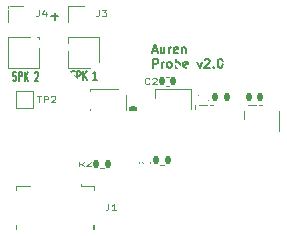
<source format=gbr>
%TF.GenerationSoftware,KiCad,Pcbnew,9.0.2*%
%TF.CreationDate,2025-09-26T11:25:47-10:00*%
%TF.ProjectId,auren-probe,61757265-6e2d-4707-926f-62652e6b6963,v2*%
%TF.SameCoordinates,Original*%
%TF.FileFunction,Legend,Top*%
%TF.FilePolarity,Positive*%
%FSLAX46Y46*%
G04 Gerber Fmt 4.6, Leading zero omitted, Abs format (unit mm)*
G04 Created by KiCad (PCBNEW 9.0.2) date 2025-09-26 11:25:47*
%MOMM*%
%LPD*%
G01*
G04 APERTURE LIST*
G04 Aperture macros list*
%AMRoundRect*
0 Rectangle with rounded corners*
0 $1 Rounding radius*
0 $2 $3 $4 $5 $6 $7 $8 $9 X,Y pos of 4 corners*
0 Add a 4 corners polygon primitive as box body*
4,1,4,$2,$3,$4,$5,$6,$7,$8,$9,$2,$3,0*
0 Add four circle primitives for the rounded corners*
1,1,$1+$1,$2,$3*
1,1,$1+$1,$4,$5*
1,1,$1+$1,$6,$7*
1,1,$1+$1,$8,$9*
0 Add four rect primitives between the rounded corners*
20,1,$1+$1,$2,$3,$4,$5,0*
20,1,$1+$1,$4,$5,$6,$7,0*
20,1,$1+$1,$6,$7,$8,$9,0*
20,1,$1+$1,$8,$9,$2,$3,0*%
%AMFreePoly0*
4,1,60,-0.506007,0.985649,-0.319461,0.908379,-0.151575,0.796201,-0.008799,0.653425,0.103379,0.485539,0.180649,0.298993,0.220040,0.100958,0.220040,-0.100958,0.180649,-0.298993,0.103379,-0.485539,-0.008799,-0.653425,-0.151575,-0.796201,-0.319461,-0.908379,-0.506007,-0.985649,-0.704042,-1.025040,-0.905958,-1.025040,-1.103993,-0.985649,-1.290539,-0.908379,-1.458425,-0.796201,-1.601201,-0.653425,
-1.713379,-0.485539,-1.790649,-0.298993,-1.830040,-0.100958,-1.830040,0.076358,-1.385000,0.076358,-1.385000,-0.076358,-1.345474,-0.223872,-1.269116,-0.356128,-1.161128,-0.464116,-1.028872,-0.540474,-0.881358,-0.580000,-0.728642,-0.580000,-0.581128,-0.540474,-0.448872,-0.464116,-0.340884,-0.356128,-0.264526,-0.223872,-0.225000,-0.076358,-0.225000,0.076358,-0.264526,0.223872,-0.340884,0.356128,
-0.448872,0.464116,-0.581128,0.540474,-0.728642,0.580000,-0.881358,0.580000,-1.028872,0.540474,-1.161128,0.464116,-1.269116,0.356128,-1.345474,0.223872,-1.385000,0.076358,-1.830040,0.076358,-1.830040,0.100958,-1.790649,0.298993,-1.713379,0.485539,-1.601201,0.653425,-1.458425,0.796201,-1.290539,0.908379,-1.103993,0.985649,-0.905958,1.025040,-0.704042,1.025040,-0.506007,0.985649,
-0.506007,0.985649,$1*%
G04 Aperture macros list end*
%ADD10C,0.127000*%
%ADD11C,0.088900*%
%ADD12C,0.100000*%
%ADD13C,0.120000*%
%ADD14C,0.150000*%
%ADD15C,0.800000*%
%ADD16R,0.750000X0.450000*%
%ADD17FreePoly0,90.000000*%
%ADD18RoundRect,0.140000X-0.170000X0.140000X-0.170000X-0.140000X0.170000X-0.140000X0.170000X0.140000X0*%
%ADD19FreePoly0,270.000000*%
%ADD20R,1.700000X1.700000*%
%ADD21O,1.700000X1.700000*%
%ADD22RoundRect,0.140000X0.140000X0.170000X-0.140000X0.170000X-0.140000X-0.170000X0.140000X-0.170000X0*%
%ADD23RoundRect,0.135000X-0.135000X-0.185000X0.135000X-0.185000X0.135000X0.185000X-0.135000X0.185000X0*%
%ADD24R,1.000000X1.000000*%
%ADD25C,1.550000*%
%ADD26RoundRect,0.140000X-0.140000X-0.170000X0.140000X-0.170000X0.140000X0.170000X-0.140000X0.170000X0*%
%ADD27R,0.230000X0.850000*%
%ADD28R,0.230000X1.000000*%
%ADD29O,1.500000X2.550000*%
G04 APERTURE END LIST*
D10*
X100143694Y-48421450D02*
X100506552Y-48421450D01*
X100071123Y-48639164D02*
X100325123Y-47877164D01*
X100325123Y-47877164D02*
X100579123Y-48639164D01*
X101159695Y-48131164D02*
X101159695Y-48639164D01*
X100833123Y-48131164D02*
X100833123Y-48530307D01*
X100833123Y-48530307D02*
X100869409Y-48602879D01*
X100869409Y-48602879D02*
X100941980Y-48639164D01*
X100941980Y-48639164D02*
X101050837Y-48639164D01*
X101050837Y-48639164D02*
X101123409Y-48602879D01*
X101123409Y-48602879D02*
X101159695Y-48566593D01*
X101522552Y-48639164D02*
X101522552Y-48131164D01*
X101522552Y-48276307D02*
X101558838Y-48203736D01*
X101558838Y-48203736D02*
X101595124Y-48167450D01*
X101595124Y-48167450D02*
X101667695Y-48131164D01*
X101667695Y-48131164D02*
X101740266Y-48131164D01*
X102284552Y-48602879D02*
X102211980Y-48639164D01*
X102211980Y-48639164D02*
X102066838Y-48639164D01*
X102066838Y-48639164D02*
X101994266Y-48602879D01*
X101994266Y-48602879D02*
X101957980Y-48530307D01*
X101957980Y-48530307D02*
X101957980Y-48240021D01*
X101957980Y-48240021D02*
X101994266Y-48167450D01*
X101994266Y-48167450D02*
X102066838Y-48131164D01*
X102066838Y-48131164D02*
X102211980Y-48131164D01*
X102211980Y-48131164D02*
X102284552Y-48167450D01*
X102284552Y-48167450D02*
X102320838Y-48240021D01*
X102320838Y-48240021D02*
X102320838Y-48312593D01*
X102320838Y-48312593D02*
X101957980Y-48385164D01*
X102647409Y-48131164D02*
X102647409Y-48639164D01*
X102647409Y-48203736D02*
X102683695Y-48167450D01*
X102683695Y-48167450D02*
X102756266Y-48131164D01*
X102756266Y-48131164D02*
X102865123Y-48131164D01*
X102865123Y-48131164D02*
X102937695Y-48167450D01*
X102937695Y-48167450D02*
X102973981Y-48240021D01*
X102973981Y-48240021D02*
X102973981Y-48639164D01*
X100179980Y-49865941D02*
X100179980Y-49103941D01*
X100179980Y-49103941D02*
X100470266Y-49103941D01*
X100470266Y-49103941D02*
X100542837Y-49140227D01*
X100542837Y-49140227D02*
X100579123Y-49176513D01*
X100579123Y-49176513D02*
X100615409Y-49249084D01*
X100615409Y-49249084D02*
X100615409Y-49357941D01*
X100615409Y-49357941D02*
X100579123Y-49430513D01*
X100579123Y-49430513D02*
X100542837Y-49466798D01*
X100542837Y-49466798D02*
X100470266Y-49503084D01*
X100470266Y-49503084D02*
X100179980Y-49503084D01*
X100941980Y-49865941D02*
X100941980Y-49357941D01*
X100941980Y-49503084D02*
X100978266Y-49430513D01*
X100978266Y-49430513D02*
X101014552Y-49394227D01*
X101014552Y-49394227D02*
X101087123Y-49357941D01*
X101087123Y-49357941D02*
X101159694Y-49357941D01*
X101522551Y-49865941D02*
X101449980Y-49829656D01*
X101449980Y-49829656D02*
X101413694Y-49793370D01*
X101413694Y-49793370D02*
X101377408Y-49720798D01*
X101377408Y-49720798D02*
X101377408Y-49503084D01*
X101377408Y-49503084D02*
X101413694Y-49430513D01*
X101413694Y-49430513D02*
X101449980Y-49394227D01*
X101449980Y-49394227D02*
X101522551Y-49357941D01*
X101522551Y-49357941D02*
X101631408Y-49357941D01*
X101631408Y-49357941D02*
X101703980Y-49394227D01*
X101703980Y-49394227D02*
X101740266Y-49430513D01*
X101740266Y-49430513D02*
X101776551Y-49503084D01*
X101776551Y-49503084D02*
X101776551Y-49720798D01*
X101776551Y-49720798D02*
X101740266Y-49793370D01*
X101740266Y-49793370D02*
X101703980Y-49829656D01*
X101703980Y-49829656D02*
X101631408Y-49865941D01*
X101631408Y-49865941D02*
X101522551Y-49865941D01*
X102103123Y-49865941D02*
X102103123Y-49103941D01*
X102103123Y-49394227D02*
X102175695Y-49357941D01*
X102175695Y-49357941D02*
X102320837Y-49357941D01*
X102320837Y-49357941D02*
X102393409Y-49394227D01*
X102393409Y-49394227D02*
X102429695Y-49430513D01*
X102429695Y-49430513D02*
X102465980Y-49503084D01*
X102465980Y-49503084D02*
X102465980Y-49720798D01*
X102465980Y-49720798D02*
X102429695Y-49793370D01*
X102429695Y-49793370D02*
X102393409Y-49829656D01*
X102393409Y-49829656D02*
X102320837Y-49865941D01*
X102320837Y-49865941D02*
X102175695Y-49865941D01*
X102175695Y-49865941D02*
X102103123Y-49829656D01*
X103082838Y-49829656D02*
X103010266Y-49865941D01*
X103010266Y-49865941D02*
X102865124Y-49865941D01*
X102865124Y-49865941D02*
X102792552Y-49829656D01*
X102792552Y-49829656D02*
X102756266Y-49757084D01*
X102756266Y-49757084D02*
X102756266Y-49466798D01*
X102756266Y-49466798D02*
X102792552Y-49394227D01*
X102792552Y-49394227D02*
X102865124Y-49357941D01*
X102865124Y-49357941D02*
X103010266Y-49357941D01*
X103010266Y-49357941D02*
X103082838Y-49394227D01*
X103082838Y-49394227D02*
X103119124Y-49466798D01*
X103119124Y-49466798D02*
X103119124Y-49539370D01*
X103119124Y-49539370D02*
X102756266Y-49611941D01*
X103953695Y-49357941D02*
X104135123Y-49865941D01*
X104135123Y-49865941D02*
X104316552Y-49357941D01*
X104570551Y-49176513D02*
X104606837Y-49140227D01*
X104606837Y-49140227D02*
X104679409Y-49103941D01*
X104679409Y-49103941D02*
X104860837Y-49103941D01*
X104860837Y-49103941D02*
X104933409Y-49140227D01*
X104933409Y-49140227D02*
X104969694Y-49176513D01*
X104969694Y-49176513D02*
X105005980Y-49249084D01*
X105005980Y-49249084D02*
X105005980Y-49321656D01*
X105005980Y-49321656D02*
X104969694Y-49430513D01*
X104969694Y-49430513D02*
X104534266Y-49865941D01*
X104534266Y-49865941D02*
X105005980Y-49865941D01*
X105332551Y-49793370D02*
X105368837Y-49829656D01*
X105368837Y-49829656D02*
X105332551Y-49865941D01*
X105332551Y-49865941D02*
X105296265Y-49829656D01*
X105296265Y-49829656D02*
X105332551Y-49793370D01*
X105332551Y-49793370D02*
X105332551Y-49865941D01*
X105840551Y-49103941D02*
X105913122Y-49103941D01*
X105913122Y-49103941D02*
X105985694Y-49140227D01*
X105985694Y-49140227D02*
X106021980Y-49176513D01*
X106021980Y-49176513D02*
X106058265Y-49249084D01*
X106058265Y-49249084D02*
X106094551Y-49394227D01*
X106094551Y-49394227D02*
X106094551Y-49575656D01*
X106094551Y-49575656D02*
X106058265Y-49720798D01*
X106058265Y-49720798D02*
X106021980Y-49793370D01*
X106021980Y-49793370D02*
X105985694Y-49829656D01*
X105985694Y-49829656D02*
X105913122Y-49865941D01*
X105913122Y-49865941D02*
X105840551Y-49865941D01*
X105840551Y-49865941D02*
X105767980Y-49829656D01*
X105767980Y-49829656D02*
X105731694Y-49793370D01*
X105731694Y-49793370D02*
X105695408Y-49720798D01*
X105695408Y-49720798D02*
X105659122Y-49575656D01*
X105659122Y-49575656D02*
X105659122Y-49394227D01*
X105659122Y-49394227D02*
X105695408Y-49249084D01*
X105695408Y-49249084D02*
X105731694Y-49176513D01*
X105731694Y-49176513D02*
X105767980Y-49140227D01*
X105767980Y-49140227D02*
X105840551Y-49103941D01*
X93262713Y-50845656D02*
X93335285Y-50881941D01*
X93335285Y-50881941D02*
X93456237Y-50881941D01*
X93456237Y-50881941D02*
X93504618Y-50845656D01*
X93504618Y-50845656D02*
X93528809Y-50809370D01*
X93528809Y-50809370D02*
X93552999Y-50736798D01*
X93552999Y-50736798D02*
X93552999Y-50664227D01*
X93552999Y-50664227D02*
X93528809Y-50591656D01*
X93528809Y-50591656D02*
X93504618Y-50555370D01*
X93504618Y-50555370D02*
X93456237Y-50519084D01*
X93456237Y-50519084D02*
X93359475Y-50482798D01*
X93359475Y-50482798D02*
X93311094Y-50446513D01*
X93311094Y-50446513D02*
X93286904Y-50410227D01*
X93286904Y-50410227D02*
X93262713Y-50337656D01*
X93262713Y-50337656D02*
X93262713Y-50265084D01*
X93262713Y-50265084D02*
X93286904Y-50192513D01*
X93286904Y-50192513D02*
X93311094Y-50156227D01*
X93311094Y-50156227D02*
X93359475Y-50119941D01*
X93359475Y-50119941D02*
X93480428Y-50119941D01*
X93480428Y-50119941D02*
X93552999Y-50156227D01*
X93770714Y-50881941D02*
X93770714Y-50119941D01*
X93770714Y-50119941D02*
X93964238Y-50119941D01*
X93964238Y-50119941D02*
X94012619Y-50156227D01*
X94012619Y-50156227D02*
X94036809Y-50192513D01*
X94036809Y-50192513D02*
X94061000Y-50265084D01*
X94061000Y-50265084D02*
X94061000Y-50373941D01*
X94061000Y-50373941D02*
X94036809Y-50446513D01*
X94036809Y-50446513D02*
X94012619Y-50482798D01*
X94012619Y-50482798D02*
X93964238Y-50519084D01*
X93964238Y-50519084D02*
X93770714Y-50519084D01*
X94278714Y-50881941D02*
X94278714Y-50119941D01*
X94569000Y-50881941D02*
X94351285Y-50446513D01*
X94569000Y-50119941D02*
X94278714Y-50555370D01*
X95439857Y-50881941D02*
X95149571Y-50881941D01*
X95294714Y-50881941D02*
X95294714Y-50119941D01*
X95294714Y-50119941D02*
X95246333Y-50228798D01*
X95246333Y-50228798D02*
X95197952Y-50301370D01*
X95197952Y-50301370D02*
X95149571Y-50337656D01*
X87904523Y-53955341D02*
X88025475Y-54717341D01*
X88025475Y-54717341D02*
X88122237Y-54173056D01*
X88122237Y-54173056D02*
X88218999Y-54717341D01*
X88218999Y-54717341D02*
X88339952Y-53955341D01*
X88485094Y-53955341D02*
X88606046Y-54717341D01*
X88606046Y-54717341D02*
X88702808Y-54173056D01*
X88702808Y-54173056D02*
X88799570Y-54717341D01*
X88799570Y-54717341D02*
X88920523Y-53955341D01*
X89065665Y-53955341D02*
X89186617Y-54717341D01*
X89186617Y-54717341D02*
X89283379Y-54173056D01*
X89283379Y-54173056D02*
X89380141Y-54717341D01*
X89380141Y-54717341D02*
X89501094Y-53955341D01*
X89694617Y-54644770D02*
X89718807Y-54681056D01*
X89718807Y-54681056D02*
X89694617Y-54717341D01*
X89694617Y-54717341D02*
X89670426Y-54681056D01*
X89670426Y-54681056D02*
X89694617Y-54644770D01*
X89694617Y-54644770D02*
X89694617Y-54717341D01*
X89863950Y-53955341D02*
X90154236Y-53955341D01*
X90009093Y-54717341D02*
X90009093Y-53955341D01*
X90420332Y-54354484D02*
X90420332Y-54717341D01*
X90250998Y-53955341D02*
X90420332Y-54354484D01*
X90420332Y-54354484D02*
X90589665Y-53955341D01*
X90758999Y-54717341D02*
X90758999Y-53955341D01*
X90758999Y-53955341D02*
X90928332Y-54499627D01*
X90928332Y-54499627D02*
X91097666Y-53955341D01*
X91097666Y-53955341D02*
X91097666Y-54717341D01*
X91339570Y-54717341D02*
X91339570Y-53955341D01*
X91339570Y-53955341D02*
X91533094Y-53955341D01*
X91533094Y-53955341D02*
X91581475Y-53991627D01*
X91581475Y-53991627D02*
X91605665Y-54027913D01*
X91605665Y-54027913D02*
X91629856Y-54100484D01*
X91629856Y-54100484D02*
X91629856Y-54209341D01*
X91629856Y-54209341D02*
X91605665Y-54281913D01*
X91605665Y-54281913D02*
X91581475Y-54318198D01*
X91581475Y-54318198D02*
X91533094Y-54354484D01*
X91533094Y-54354484D02*
X91339570Y-54354484D01*
X91823379Y-54499627D02*
X92065284Y-54499627D01*
X91774998Y-54717341D02*
X91944332Y-53955341D01*
X91944332Y-53955341D02*
X92113665Y-54717341D01*
X92282999Y-54717341D02*
X92282999Y-53955341D01*
X92282999Y-53955341D02*
X92573285Y-54717341D01*
X92573285Y-54717341D02*
X92573285Y-53955341D01*
X92815189Y-54644770D02*
X92839379Y-54681056D01*
X92839379Y-54681056D02*
X92815189Y-54717341D01*
X92815189Y-54717341D02*
X92790998Y-54681056D01*
X92790998Y-54681056D02*
X92815189Y-54644770D01*
X92815189Y-54644770D02*
X92815189Y-54717341D01*
X93153856Y-53955341D02*
X93250618Y-53955341D01*
X93250618Y-53955341D02*
X93298999Y-53991627D01*
X93298999Y-53991627D02*
X93347380Y-54064198D01*
X93347380Y-54064198D02*
X93371570Y-54209341D01*
X93371570Y-54209341D02*
X93371570Y-54463341D01*
X93371570Y-54463341D02*
X93347380Y-54608484D01*
X93347380Y-54608484D02*
X93298999Y-54681056D01*
X93298999Y-54681056D02*
X93250618Y-54717341D01*
X93250618Y-54717341D02*
X93153856Y-54717341D01*
X93153856Y-54717341D02*
X93105475Y-54681056D01*
X93105475Y-54681056D02*
X93057094Y-54608484D01*
X93057094Y-54608484D02*
X93032903Y-54463341D01*
X93032903Y-54463341D02*
X93032903Y-54209341D01*
X93032903Y-54209341D02*
X93057094Y-54064198D01*
X93057094Y-54064198D02*
X93105475Y-53991627D01*
X93105475Y-53991627D02*
X93153856Y-53955341D01*
X93879570Y-54717341D02*
X93710236Y-54354484D01*
X93589284Y-54717341D02*
X93589284Y-53955341D01*
X93589284Y-53955341D02*
X93782808Y-53955341D01*
X93782808Y-53955341D02*
X93831189Y-53991627D01*
X93831189Y-53991627D02*
X93855379Y-54027913D01*
X93855379Y-54027913D02*
X93879570Y-54100484D01*
X93879570Y-54100484D02*
X93879570Y-54209341D01*
X93879570Y-54209341D02*
X93855379Y-54281913D01*
X93855379Y-54281913D02*
X93831189Y-54318198D01*
X93831189Y-54318198D02*
X93782808Y-54354484D01*
X93782808Y-54354484D02*
X93589284Y-54354484D01*
X94363379Y-53991627D02*
X94314998Y-53955341D01*
X94314998Y-53955341D02*
X94242427Y-53955341D01*
X94242427Y-53955341D02*
X94169855Y-53991627D01*
X94169855Y-53991627D02*
X94121474Y-54064198D01*
X94121474Y-54064198D02*
X94097284Y-54136770D01*
X94097284Y-54136770D02*
X94073093Y-54281913D01*
X94073093Y-54281913D02*
X94073093Y-54390770D01*
X94073093Y-54390770D02*
X94097284Y-54535913D01*
X94097284Y-54535913D02*
X94121474Y-54608484D01*
X94121474Y-54608484D02*
X94169855Y-54681056D01*
X94169855Y-54681056D02*
X94242427Y-54717341D01*
X94242427Y-54717341D02*
X94290808Y-54717341D01*
X94290808Y-54717341D02*
X94363379Y-54681056D01*
X94363379Y-54681056D02*
X94387570Y-54644770D01*
X94387570Y-54644770D02*
X94387570Y-54390770D01*
X94387570Y-54390770D02*
X94290808Y-54390770D01*
X91569380Y-45514325D02*
X92149952Y-45514325D01*
X91859666Y-45804610D02*
X91859666Y-45224039D01*
X91569380Y-49194656D02*
X92149952Y-49194656D01*
X88309713Y-50921856D02*
X88382285Y-50958141D01*
X88382285Y-50958141D02*
X88503237Y-50958141D01*
X88503237Y-50958141D02*
X88551618Y-50921856D01*
X88551618Y-50921856D02*
X88575809Y-50885570D01*
X88575809Y-50885570D02*
X88599999Y-50812998D01*
X88599999Y-50812998D02*
X88599999Y-50740427D01*
X88599999Y-50740427D02*
X88575809Y-50667856D01*
X88575809Y-50667856D02*
X88551618Y-50631570D01*
X88551618Y-50631570D02*
X88503237Y-50595284D01*
X88503237Y-50595284D02*
X88406475Y-50558998D01*
X88406475Y-50558998D02*
X88358094Y-50522713D01*
X88358094Y-50522713D02*
X88333904Y-50486427D01*
X88333904Y-50486427D02*
X88309713Y-50413856D01*
X88309713Y-50413856D02*
X88309713Y-50341284D01*
X88309713Y-50341284D02*
X88333904Y-50268713D01*
X88333904Y-50268713D02*
X88358094Y-50232427D01*
X88358094Y-50232427D02*
X88406475Y-50196141D01*
X88406475Y-50196141D02*
X88527428Y-50196141D01*
X88527428Y-50196141D02*
X88599999Y-50232427D01*
X88817714Y-50958141D02*
X88817714Y-50196141D01*
X88817714Y-50196141D02*
X89011238Y-50196141D01*
X89011238Y-50196141D02*
X89059619Y-50232427D01*
X89059619Y-50232427D02*
X89083809Y-50268713D01*
X89083809Y-50268713D02*
X89108000Y-50341284D01*
X89108000Y-50341284D02*
X89108000Y-50450141D01*
X89108000Y-50450141D02*
X89083809Y-50522713D01*
X89083809Y-50522713D02*
X89059619Y-50558998D01*
X89059619Y-50558998D02*
X89011238Y-50595284D01*
X89011238Y-50595284D02*
X88817714Y-50595284D01*
X89325714Y-50958141D02*
X89325714Y-50196141D01*
X89616000Y-50958141D02*
X89398285Y-50522713D01*
X89616000Y-50196141D02*
X89325714Y-50631570D01*
X90196571Y-50268713D02*
X90220762Y-50232427D01*
X90220762Y-50232427D02*
X90269143Y-50196141D01*
X90269143Y-50196141D02*
X90390095Y-50196141D01*
X90390095Y-50196141D02*
X90438476Y-50232427D01*
X90438476Y-50232427D02*
X90462667Y-50268713D01*
X90462667Y-50268713D02*
X90486857Y-50341284D01*
X90486857Y-50341284D02*
X90486857Y-50413856D01*
X90486857Y-50413856D02*
X90462667Y-50522713D01*
X90462667Y-50522713D02*
X90172381Y-50958141D01*
X90172381Y-50958141D02*
X90486857Y-50958141D01*
D11*
X103809062Y-57765387D02*
X103809062Y-57257387D01*
X103809062Y-57257387D02*
X104020729Y-57620244D01*
X104020729Y-57620244D02*
X104232395Y-57257387D01*
X104232395Y-57257387D02*
X104232395Y-57765387D01*
X104534776Y-57765387D02*
X104534776Y-57257387D01*
X105200014Y-57717006D02*
X105169776Y-57741197D01*
X105169776Y-57741197D02*
X105079062Y-57765387D01*
X105079062Y-57765387D02*
X105018586Y-57765387D01*
X105018586Y-57765387D02*
X104927871Y-57741197D01*
X104927871Y-57741197D02*
X104867395Y-57692816D01*
X104867395Y-57692816D02*
X104837157Y-57644435D01*
X104837157Y-57644435D02*
X104806919Y-57547673D01*
X104806919Y-57547673D02*
X104806919Y-57475101D01*
X104806919Y-57475101D02*
X104837157Y-57378339D01*
X104837157Y-57378339D02*
X104867395Y-57329958D01*
X104867395Y-57329958D02*
X104927871Y-57281577D01*
X104927871Y-57281577D02*
X105018586Y-57257387D01*
X105018586Y-57257387D02*
X105079062Y-57257387D01*
X105079062Y-57257387D02*
X105169776Y-57281577D01*
X105169776Y-57281577D02*
X105200014Y-57305768D01*
X105411681Y-57257387D02*
X105804776Y-57257387D01*
X105804776Y-57257387D02*
X105593109Y-57450911D01*
X105593109Y-57450911D02*
X105683824Y-57450911D01*
X105683824Y-57450911D02*
X105744300Y-57475101D01*
X105744300Y-57475101D02*
X105774538Y-57499292D01*
X105774538Y-57499292D02*
X105804776Y-57547673D01*
X105804776Y-57547673D02*
X105804776Y-57668625D01*
X105804776Y-57668625D02*
X105774538Y-57717006D01*
X105774538Y-57717006D02*
X105744300Y-57741197D01*
X105744300Y-57741197D02*
X105683824Y-57765387D01*
X105683824Y-57765387D02*
X105502395Y-57765387D01*
X105502395Y-57765387D02*
X105441919Y-57741197D01*
X105441919Y-57741197D02*
X105411681Y-57717006D01*
X99504366Y-53957806D02*
X99474128Y-53981997D01*
X99474128Y-53981997D02*
X99383414Y-54006187D01*
X99383414Y-54006187D02*
X99322938Y-54006187D01*
X99322938Y-54006187D02*
X99232223Y-53981997D01*
X99232223Y-53981997D02*
X99171747Y-53933616D01*
X99171747Y-53933616D02*
X99141509Y-53885235D01*
X99141509Y-53885235D02*
X99111271Y-53788473D01*
X99111271Y-53788473D02*
X99111271Y-53715901D01*
X99111271Y-53715901D02*
X99141509Y-53619139D01*
X99141509Y-53619139D02*
X99171747Y-53570758D01*
X99171747Y-53570758D02*
X99232223Y-53522377D01*
X99232223Y-53522377D02*
X99322938Y-53498187D01*
X99322938Y-53498187D02*
X99383414Y-53498187D01*
X99383414Y-53498187D02*
X99474128Y-53522377D01*
X99474128Y-53522377D02*
X99504366Y-53546568D01*
X100109128Y-54006187D02*
X99746271Y-54006187D01*
X99927699Y-54006187D02*
X99927699Y-53498187D01*
X99927699Y-53498187D02*
X99867223Y-53570758D01*
X99867223Y-53570758D02*
X99806747Y-53619139D01*
X99806747Y-53619139D02*
X99746271Y-53643330D01*
X96189062Y-56317587D02*
X96189062Y-55809587D01*
X96189062Y-55809587D02*
X96400729Y-56172444D01*
X96400729Y-56172444D02*
X96612395Y-55809587D01*
X96612395Y-55809587D02*
X96612395Y-56317587D01*
X96914776Y-56317587D02*
X96914776Y-55809587D01*
X97580014Y-56269206D02*
X97549776Y-56293397D01*
X97549776Y-56293397D02*
X97459062Y-56317587D01*
X97459062Y-56317587D02*
X97398586Y-56317587D01*
X97398586Y-56317587D02*
X97307871Y-56293397D01*
X97307871Y-56293397D02*
X97247395Y-56245016D01*
X97247395Y-56245016D02*
X97217157Y-56196635D01*
X97217157Y-56196635D02*
X97186919Y-56099873D01*
X97186919Y-56099873D02*
X97186919Y-56027301D01*
X97186919Y-56027301D02*
X97217157Y-55930539D01*
X97217157Y-55930539D02*
X97247395Y-55882158D01*
X97247395Y-55882158D02*
X97307871Y-55833777D01*
X97307871Y-55833777D02*
X97398586Y-55809587D01*
X97398586Y-55809587D02*
X97459062Y-55809587D01*
X97459062Y-55809587D02*
X97549776Y-55833777D01*
X97549776Y-55833777D02*
X97580014Y-55857968D01*
X98184776Y-56317587D02*
X97821919Y-56317587D01*
X98003347Y-56317587D02*
X98003347Y-55809587D01*
X98003347Y-55809587D02*
X97942871Y-55882158D01*
X97942871Y-55882158D02*
X97882395Y-55930539D01*
X97882395Y-55930539D02*
X97821919Y-55954730D01*
X95613933Y-44989187D02*
X95613933Y-45352044D01*
X95613933Y-45352044D02*
X95583694Y-45424616D01*
X95583694Y-45424616D02*
X95523218Y-45472997D01*
X95523218Y-45472997D02*
X95432504Y-45497187D01*
X95432504Y-45497187D02*
X95372028Y-45497187D01*
X95855838Y-44989187D02*
X96248933Y-44989187D01*
X96248933Y-44989187D02*
X96037266Y-45182711D01*
X96037266Y-45182711D02*
X96127981Y-45182711D01*
X96127981Y-45182711D02*
X96188457Y-45206901D01*
X96188457Y-45206901D02*
X96218695Y-45231092D01*
X96218695Y-45231092D02*
X96248933Y-45279473D01*
X96248933Y-45279473D02*
X96248933Y-45400425D01*
X96248933Y-45400425D02*
X96218695Y-45448806D01*
X96218695Y-45448806D02*
X96188457Y-45472997D01*
X96188457Y-45472997D02*
X96127981Y-45497187D01*
X96127981Y-45497187D02*
X95946552Y-45497187D01*
X95946552Y-45497187D02*
X95886076Y-45472997D01*
X95886076Y-45472997D02*
X95855838Y-45448806D01*
X101624662Y-56317587D02*
X101624662Y-55809587D01*
X101624662Y-55809587D02*
X101836329Y-56172444D01*
X101836329Y-56172444D02*
X102047995Y-55809587D01*
X102047995Y-55809587D02*
X102047995Y-56317587D01*
X102350376Y-56317587D02*
X102350376Y-55809587D01*
X103015614Y-56269206D02*
X102985376Y-56293397D01*
X102985376Y-56293397D02*
X102894662Y-56317587D01*
X102894662Y-56317587D02*
X102834186Y-56317587D01*
X102834186Y-56317587D02*
X102743471Y-56293397D01*
X102743471Y-56293397D02*
X102682995Y-56245016D01*
X102682995Y-56245016D02*
X102652757Y-56196635D01*
X102652757Y-56196635D02*
X102622519Y-56099873D01*
X102622519Y-56099873D02*
X102622519Y-56027301D01*
X102622519Y-56027301D02*
X102652757Y-55930539D01*
X102652757Y-55930539D02*
X102682995Y-55882158D01*
X102682995Y-55882158D02*
X102743471Y-55833777D01*
X102743471Y-55833777D02*
X102834186Y-55809587D01*
X102834186Y-55809587D02*
X102894662Y-55809587D01*
X102894662Y-55809587D02*
X102985376Y-55833777D01*
X102985376Y-55833777D02*
X103015614Y-55857968D01*
X103257519Y-55857968D02*
X103287757Y-55833777D01*
X103287757Y-55833777D02*
X103348233Y-55809587D01*
X103348233Y-55809587D02*
X103499424Y-55809587D01*
X103499424Y-55809587D02*
X103559900Y-55833777D01*
X103559900Y-55833777D02*
X103590138Y-55857968D01*
X103590138Y-55857968D02*
X103620376Y-55906349D01*
X103620376Y-55906349D02*
X103620376Y-55954730D01*
X103620376Y-55954730D02*
X103590138Y-56027301D01*
X103590138Y-56027301D02*
X103227281Y-56317587D01*
X103227281Y-56317587D02*
X103620376Y-56317587D01*
X99885366Y-51189206D02*
X99855128Y-51213397D01*
X99855128Y-51213397D02*
X99764414Y-51237587D01*
X99764414Y-51237587D02*
X99703938Y-51237587D01*
X99703938Y-51237587D02*
X99613223Y-51213397D01*
X99613223Y-51213397D02*
X99552747Y-51165016D01*
X99552747Y-51165016D02*
X99522509Y-51116635D01*
X99522509Y-51116635D02*
X99492271Y-51019873D01*
X99492271Y-51019873D02*
X99492271Y-50947301D01*
X99492271Y-50947301D02*
X99522509Y-50850539D01*
X99522509Y-50850539D02*
X99552747Y-50802158D01*
X99552747Y-50802158D02*
X99613223Y-50753777D01*
X99613223Y-50753777D02*
X99703938Y-50729587D01*
X99703938Y-50729587D02*
X99764414Y-50729587D01*
X99764414Y-50729587D02*
X99855128Y-50753777D01*
X99855128Y-50753777D02*
X99885366Y-50777968D01*
X100127271Y-50777968D02*
X100157509Y-50753777D01*
X100157509Y-50753777D02*
X100217985Y-50729587D01*
X100217985Y-50729587D02*
X100369176Y-50729587D01*
X100369176Y-50729587D02*
X100429652Y-50753777D01*
X100429652Y-50753777D02*
X100459890Y-50777968D01*
X100459890Y-50777968D02*
X100490128Y-50826349D01*
X100490128Y-50826349D02*
X100490128Y-50874730D01*
X100490128Y-50874730D02*
X100459890Y-50947301D01*
X100459890Y-50947301D02*
X100097033Y-51237587D01*
X100097033Y-51237587D02*
X100490128Y-51237587D01*
X94322766Y-57130387D02*
X94111099Y-56888482D01*
X93959909Y-57130387D02*
X93959909Y-56622387D01*
X93959909Y-56622387D02*
X94201814Y-56622387D01*
X94201814Y-56622387D02*
X94262290Y-56646577D01*
X94262290Y-56646577D02*
X94292528Y-56670768D01*
X94292528Y-56670768D02*
X94322766Y-56719149D01*
X94322766Y-56719149D02*
X94322766Y-56791720D01*
X94322766Y-56791720D02*
X94292528Y-56840101D01*
X94292528Y-56840101D02*
X94262290Y-56864292D01*
X94262290Y-56864292D02*
X94201814Y-56888482D01*
X94201814Y-56888482D02*
X93959909Y-56888482D01*
X94927528Y-57130387D02*
X94564671Y-57130387D01*
X94746099Y-57130387D02*
X94746099Y-56622387D01*
X94746099Y-56622387D02*
X94685623Y-56694958D01*
X94685623Y-56694958D02*
X94625147Y-56743339D01*
X94625147Y-56743339D02*
X94564671Y-56767530D01*
X90376090Y-52253587D02*
X90738947Y-52253587D01*
X90557518Y-52761587D02*
X90557518Y-52253587D01*
X90950614Y-52761587D02*
X90950614Y-52253587D01*
X90950614Y-52253587D02*
X91192519Y-52253587D01*
X91192519Y-52253587D02*
X91252995Y-52277777D01*
X91252995Y-52277777D02*
X91283233Y-52301968D01*
X91283233Y-52301968D02*
X91313471Y-52350349D01*
X91313471Y-52350349D02*
X91313471Y-52422920D01*
X91313471Y-52422920D02*
X91283233Y-52471301D01*
X91283233Y-52471301D02*
X91252995Y-52495492D01*
X91252995Y-52495492D02*
X91192519Y-52519682D01*
X91192519Y-52519682D02*
X90950614Y-52519682D01*
X91555376Y-52301968D02*
X91585614Y-52277777D01*
X91585614Y-52277777D02*
X91646090Y-52253587D01*
X91646090Y-52253587D02*
X91797281Y-52253587D01*
X91797281Y-52253587D02*
X91857757Y-52277777D01*
X91857757Y-52277777D02*
X91887995Y-52301968D01*
X91887995Y-52301968D02*
X91918233Y-52350349D01*
X91918233Y-52350349D02*
X91918233Y-52398730D01*
X91918233Y-52398730D02*
X91887995Y-52471301D01*
X91887995Y-52471301D02*
X91525138Y-52761587D01*
X91525138Y-52761587D02*
X91918233Y-52761587D01*
X99377366Y-57028787D02*
X99165699Y-56786882D01*
X99014509Y-57028787D02*
X99014509Y-56520787D01*
X99014509Y-56520787D02*
X99256414Y-56520787D01*
X99256414Y-56520787D02*
X99316890Y-56544977D01*
X99316890Y-56544977D02*
X99347128Y-56569168D01*
X99347128Y-56569168D02*
X99377366Y-56617549D01*
X99377366Y-56617549D02*
X99377366Y-56690120D01*
X99377366Y-56690120D02*
X99347128Y-56738501D01*
X99347128Y-56738501D02*
X99316890Y-56762692D01*
X99316890Y-56762692D02*
X99256414Y-56786882D01*
X99256414Y-56786882D02*
X99014509Y-56786882D01*
X99589033Y-56520787D02*
X99982128Y-56520787D01*
X99982128Y-56520787D02*
X99770461Y-56714311D01*
X99770461Y-56714311D02*
X99861176Y-56714311D01*
X99861176Y-56714311D02*
X99921652Y-56738501D01*
X99921652Y-56738501D02*
X99951890Y-56762692D01*
X99951890Y-56762692D02*
X99982128Y-56811073D01*
X99982128Y-56811073D02*
X99982128Y-56932025D01*
X99982128Y-56932025D02*
X99951890Y-56980406D01*
X99951890Y-56980406D02*
X99921652Y-57004597D01*
X99921652Y-57004597D02*
X99861176Y-57028787D01*
X99861176Y-57028787D02*
X99679747Y-57028787D01*
X99679747Y-57028787D02*
X99619271Y-57004597D01*
X99619271Y-57004597D02*
X99589033Y-56980406D01*
X108457262Y-57739987D02*
X108457262Y-57231987D01*
X108457262Y-57231987D02*
X108668929Y-57594844D01*
X108668929Y-57594844D02*
X108880595Y-57231987D01*
X108880595Y-57231987D02*
X108880595Y-57739987D01*
X109182976Y-57739987D02*
X109182976Y-57231987D01*
X109848214Y-57691606D02*
X109817976Y-57715797D01*
X109817976Y-57715797D02*
X109727262Y-57739987D01*
X109727262Y-57739987D02*
X109666786Y-57739987D01*
X109666786Y-57739987D02*
X109576071Y-57715797D01*
X109576071Y-57715797D02*
X109515595Y-57667416D01*
X109515595Y-57667416D02*
X109485357Y-57619035D01*
X109485357Y-57619035D02*
X109455119Y-57522273D01*
X109455119Y-57522273D02*
X109455119Y-57449701D01*
X109455119Y-57449701D02*
X109485357Y-57352939D01*
X109485357Y-57352939D02*
X109515595Y-57304558D01*
X109515595Y-57304558D02*
X109576071Y-57256177D01*
X109576071Y-57256177D02*
X109666786Y-57231987D01*
X109666786Y-57231987D02*
X109727262Y-57231987D01*
X109727262Y-57231987D02*
X109817976Y-57256177D01*
X109817976Y-57256177D02*
X109848214Y-57280368D01*
X110392500Y-57401320D02*
X110392500Y-57739987D01*
X110241309Y-57207797D02*
X110090119Y-57570654D01*
X110090119Y-57570654D02*
X110483214Y-57570654D01*
X90299890Y-55860387D02*
X90662747Y-55860387D01*
X90481318Y-56368387D02*
X90481318Y-55860387D01*
X90874414Y-56368387D02*
X90874414Y-55860387D01*
X90874414Y-55860387D02*
X91116319Y-55860387D01*
X91116319Y-55860387D02*
X91176795Y-55884577D01*
X91176795Y-55884577D02*
X91207033Y-55908768D01*
X91207033Y-55908768D02*
X91237271Y-55957149D01*
X91237271Y-55957149D02*
X91237271Y-56029720D01*
X91237271Y-56029720D02*
X91207033Y-56078101D01*
X91207033Y-56078101D02*
X91176795Y-56102292D01*
X91176795Y-56102292D02*
X91116319Y-56126482D01*
X91116319Y-56126482D02*
X90874414Y-56126482D01*
X91842033Y-56368387D02*
X91479176Y-56368387D01*
X91660604Y-56368387D02*
X91660604Y-55860387D01*
X91660604Y-55860387D02*
X91600128Y-55932958D01*
X91600128Y-55932958D02*
X91539652Y-55981339D01*
X91539652Y-55981339D02*
X91479176Y-56005530D01*
X94322766Y-58222587D02*
X94111099Y-57980682D01*
X93959909Y-58222587D02*
X93959909Y-57714587D01*
X93959909Y-57714587D02*
X94201814Y-57714587D01*
X94201814Y-57714587D02*
X94262290Y-57738777D01*
X94262290Y-57738777D02*
X94292528Y-57762968D01*
X94292528Y-57762968D02*
X94322766Y-57811349D01*
X94322766Y-57811349D02*
X94322766Y-57883920D01*
X94322766Y-57883920D02*
X94292528Y-57932301D01*
X94292528Y-57932301D02*
X94262290Y-57956492D01*
X94262290Y-57956492D02*
X94201814Y-57980682D01*
X94201814Y-57980682D02*
X93959909Y-57980682D01*
X94564671Y-57762968D02*
X94594909Y-57738777D01*
X94594909Y-57738777D02*
X94655385Y-57714587D01*
X94655385Y-57714587D02*
X94806576Y-57714587D01*
X94806576Y-57714587D02*
X94867052Y-57738777D01*
X94867052Y-57738777D02*
X94897290Y-57762968D01*
X94897290Y-57762968D02*
X94927528Y-57811349D01*
X94927528Y-57811349D02*
X94927528Y-57859730D01*
X94927528Y-57859730D02*
X94897290Y-57932301D01*
X94897290Y-57932301D02*
X94534433Y-58222587D01*
X94534433Y-58222587D02*
X94927528Y-58222587D01*
X90533933Y-44989187D02*
X90533933Y-45352044D01*
X90533933Y-45352044D02*
X90503694Y-45424616D01*
X90503694Y-45424616D02*
X90443218Y-45472997D01*
X90443218Y-45472997D02*
X90352504Y-45497187D01*
X90352504Y-45497187D02*
X90292028Y-45497187D01*
X91108457Y-45158520D02*
X91108457Y-45497187D01*
X90957266Y-44964997D02*
X90806076Y-45327854D01*
X90806076Y-45327854D02*
X91199171Y-45327854D01*
X110223166Y-52560806D02*
X110192928Y-52584997D01*
X110192928Y-52584997D02*
X110102214Y-52609187D01*
X110102214Y-52609187D02*
X110041738Y-52609187D01*
X110041738Y-52609187D02*
X109951023Y-52584997D01*
X109951023Y-52584997D02*
X109890547Y-52536616D01*
X109890547Y-52536616D02*
X109860309Y-52488235D01*
X109860309Y-52488235D02*
X109830071Y-52391473D01*
X109830071Y-52391473D02*
X109830071Y-52318901D01*
X109830071Y-52318901D02*
X109860309Y-52222139D01*
X109860309Y-52222139D02*
X109890547Y-52173758D01*
X109890547Y-52173758D02*
X109951023Y-52125377D01*
X109951023Y-52125377D02*
X110041738Y-52101187D01*
X110041738Y-52101187D02*
X110102214Y-52101187D01*
X110102214Y-52101187D02*
X110192928Y-52125377D01*
X110192928Y-52125377D02*
X110223166Y-52149568D01*
X110767452Y-52270520D02*
X110767452Y-52609187D01*
X110616261Y-52076997D02*
X110465071Y-52439854D01*
X110465071Y-52439854D02*
X110858166Y-52439854D01*
X99377366Y-57943187D02*
X99165699Y-57701282D01*
X99014509Y-57943187D02*
X99014509Y-57435187D01*
X99014509Y-57435187D02*
X99256414Y-57435187D01*
X99256414Y-57435187D02*
X99316890Y-57459377D01*
X99316890Y-57459377D02*
X99347128Y-57483568D01*
X99347128Y-57483568D02*
X99377366Y-57531949D01*
X99377366Y-57531949D02*
X99377366Y-57604520D01*
X99377366Y-57604520D02*
X99347128Y-57652901D01*
X99347128Y-57652901D02*
X99316890Y-57677092D01*
X99316890Y-57677092D02*
X99256414Y-57701282D01*
X99256414Y-57701282D02*
X99014509Y-57701282D01*
X99921652Y-57604520D02*
X99921652Y-57943187D01*
X99770461Y-57410997D02*
X99619271Y-57773854D01*
X99619271Y-57773854D02*
X100012366Y-57773854D01*
X104304966Y-52586206D02*
X104274728Y-52610397D01*
X104274728Y-52610397D02*
X104184014Y-52634587D01*
X104184014Y-52634587D02*
X104123538Y-52634587D01*
X104123538Y-52634587D02*
X104032823Y-52610397D01*
X104032823Y-52610397D02*
X103972347Y-52562016D01*
X103972347Y-52562016D02*
X103942109Y-52513635D01*
X103942109Y-52513635D02*
X103911871Y-52416873D01*
X103911871Y-52416873D02*
X103911871Y-52344301D01*
X103911871Y-52344301D02*
X103942109Y-52247539D01*
X103942109Y-52247539D02*
X103972347Y-52199158D01*
X103972347Y-52199158D02*
X104032823Y-52150777D01*
X104032823Y-52150777D02*
X104123538Y-52126587D01*
X104123538Y-52126587D02*
X104184014Y-52126587D01*
X104184014Y-52126587D02*
X104274728Y-52150777D01*
X104274728Y-52150777D02*
X104304966Y-52174968D01*
X104516633Y-52126587D02*
X104909728Y-52126587D01*
X104909728Y-52126587D02*
X104698061Y-52320111D01*
X104698061Y-52320111D02*
X104788776Y-52320111D01*
X104788776Y-52320111D02*
X104849252Y-52344301D01*
X104849252Y-52344301D02*
X104879490Y-52368492D01*
X104879490Y-52368492D02*
X104909728Y-52416873D01*
X104909728Y-52416873D02*
X104909728Y-52537825D01*
X104909728Y-52537825D02*
X104879490Y-52586206D01*
X104879490Y-52586206D02*
X104849252Y-52610397D01*
X104849252Y-52610397D02*
X104788776Y-52634587D01*
X104788776Y-52634587D02*
X104607347Y-52634587D01*
X104607347Y-52634587D02*
X104546871Y-52610397D01*
X104546871Y-52610397D02*
X104516633Y-52586206D01*
X96411133Y-61393987D02*
X96411133Y-61756844D01*
X96411133Y-61756844D02*
X96380894Y-61829416D01*
X96380894Y-61829416D02*
X96320418Y-61877797D01*
X96320418Y-61877797D02*
X96229704Y-61901987D01*
X96229704Y-61901987D02*
X96169228Y-61901987D01*
X97046133Y-61901987D02*
X96683276Y-61901987D01*
X96864704Y-61901987D02*
X96864704Y-61393987D01*
X96864704Y-61393987D02*
X96804228Y-61466558D01*
X96804228Y-61466558D02*
X96743752Y-61514939D01*
X96743752Y-61514939D02*
X96683276Y-61539130D01*
D12*
%TO.C,MIC3*%
X103779400Y-53040000D02*
X106779400Y-53040000D01*
X103779400Y-57040000D02*
X103779400Y-53040000D01*
X106779400Y-53040000D02*
X106779400Y-57040000D01*
X106779400Y-57040000D02*
X103779400Y-57040000D01*
D13*
%TO.C,C1*%
X98107200Y-53693364D02*
X98107200Y-53909036D01*
X98827200Y-53693364D02*
X98827200Y-53909036D01*
D12*
%TO.C,MIC1*%
X94889400Y-51680000D02*
X97889400Y-51680000D01*
X94889400Y-55680000D02*
X94889400Y-51680000D01*
X97889400Y-51680000D02*
X97889400Y-55680000D01*
X97889400Y-55680000D02*
X94889400Y-55680000D01*
D13*
%TO.C,J3*%
X92997000Y-44673400D02*
X94327000Y-44673400D01*
X92997000Y-46003400D02*
X92997000Y-44673400D01*
X92997000Y-47273401D02*
X92997000Y-49873400D01*
X92997000Y-47273401D02*
X95657000Y-47273401D01*
X92997000Y-49873400D02*
X95657000Y-49873400D01*
X95657000Y-47273401D02*
X95657000Y-49873400D01*
D12*
%TO.C,MIC2*%
X100375800Y-51680000D02*
X103375800Y-51680000D01*
X100375800Y-55680000D02*
X100375800Y-51680000D01*
X103375800Y-51680000D02*
X103375800Y-55680000D01*
X103375800Y-55680000D02*
X100375800Y-55680000D01*
D13*
%TO.C,C2*%
X101521436Y-50647200D02*
X101305764Y-50647200D01*
X101521436Y-51367200D02*
X101305764Y-51367200D01*
%TO.C,R1*%
X95722759Y-56443800D02*
X96030041Y-56443800D01*
X95722759Y-57203800D02*
X96030041Y-57203800D01*
%TO.C,TP2*%
X88604200Y-51860000D02*
X90004200Y-51860000D01*
X88604200Y-53260000D02*
X88604200Y-51860000D01*
X90004200Y-51860000D02*
X90004200Y-53260000D01*
X90004200Y-53260000D02*
X88604200Y-53260000D01*
%TO.C,R3*%
X100828159Y-56367600D02*
X101135441Y-56367600D01*
X100828159Y-57127600D02*
X101135441Y-57127600D01*
D12*
%TO.C,MIC4*%
X107894200Y-53040000D02*
X110894200Y-53040000D01*
X107894200Y-57040000D02*
X107894200Y-53040000D01*
X110894200Y-53040000D02*
X110894200Y-57040000D01*
X110894200Y-57040000D02*
X107894200Y-57040000D01*
D13*
%TO.C,TP1*%
X88623200Y-55336400D02*
X90023200Y-55336400D01*
X88623200Y-56736400D02*
X88623200Y-55336400D01*
X90023200Y-55336400D02*
X90023200Y-56736400D01*
X90023200Y-56736400D02*
X88623200Y-56736400D01*
%TO.C,R2*%
X95722759Y-57612200D02*
X96030041Y-57612200D01*
X95722759Y-58372200D02*
X96030041Y-58372200D01*
%TO.C,J4*%
X87874400Y-44670000D02*
X89204400Y-44670000D01*
X87874400Y-46000000D02*
X87874400Y-44670000D01*
X87874400Y-47270001D02*
X87874400Y-49870000D01*
X87874400Y-47270001D02*
X90534400Y-47270001D01*
X87874400Y-49870000D02*
X90534400Y-49870000D01*
X90534400Y-47270001D02*
X90534400Y-49870000D01*
%TO.C,C4*%
X108697164Y-52018800D02*
X108912836Y-52018800D01*
X108697164Y-52738800D02*
X108912836Y-52738800D01*
%TO.C,R4*%
X100802759Y-57332800D02*
X101110041Y-57332800D01*
X100802759Y-58092800D02*
X101110041Y-58092800D01*
%TO.C,C3*%
X106042636Y-52018800D02*
X105826964Y-52018800D01*
X106042636Y-52738800D02*
X105826964Y-52738800D01*
%TO.C,J1*%
X88604000Y-59896400D02*
X89764000Y-59896400D01*
X88604000Y-60206400D02*
X88604000Y-59896400D01*
X88604000Y-63556400D02*
X88604000Y-63156400D01*
X94064000Y-59896400D02*
X94064000Y-59696400D01*
X94064000Y-59896400D02*
X95224000Y-59896400D01*
X95224000Y-59896400D02*
X95224000Y-60206400D01*
D14*
X95224000Y-63156400D02*
X95224000Y-63556400D01*
%TD*%
%LPC*%
D15*
%TO.C,MIC3*%
X105279400Y-54360000D03*
D16*
X104429400Y-56540000D03*
X104429400Y-55840000D03*
X106129400Y-56540000D03*
X106129400Y-55840000D03*
D17*
X105279400Y-53555000D03*
%TD*%
D18*
%TO.C,C1*%
X98467200Y-53321200D03*
X98467200Y-54281200D03*
%TD*%
D15*
%TO.C,MIC1*%
X96389400Y-54360000D03*
D16*
X97239400Y-52180000D03*
X97239400Y-52880000D03*
X95539400Y-52180000D03*
X95539400Y-52880000D03*
D19*
X96389400Y-55165000D03*
%TD*%
D20*
%TO.C,J3*%
X94327000Y-46003400D03*
D21*
X94327000Y-48543400D03*
%TD*%
D15*
%TO.C,MIC2*%
X101875800Y-54360000D03*
D16*
X102725800Y-52180000D03*
X102725800Y-52880000D03*
X101025800Y-52180000D03*
X101025800Y-52880000D03*
D19*
X101875800Y-55165000D03*
%TD*%
D22*
%TO.C,C2*%
X101893600Y-51007200D03*
X100933600Y-51007200D03*
%TD*%
D23*
%TO.C,R1*%
X95366401Y-56823800D03*
X96386399Y-56823800D03*
%TD*%
D24*
%TO.C,TP2*%
X89304200Y-52560000D03*
%TD*%
D23*
%TO.C,R3*%
X100471800Y-56747600D03*
X101491800Y-56747600D03*
%TD*%
D25*
%TO.C,H1*%
X98035400Y-48695800D03*
%TD*%
D15*
%TO.C,MIC4*%
X109394200Y-54360000D03*
D16*
X108544200Y-56540000D03*
X108544200Y-55840000D03*
X110244200Y-56540000D03*
X110244200Y-55840000D03*
D17*
X109394200Y-53555000D03*
%TD*%
D24*
%TO.C,TP1*%
X89323200Y-56036400D03*
%TD*%
D25*
%TO.C,H2*%
X98035400Y-60024200D03*
%TD*%
D23*
%TO.C,R2*%
X95366400Y-57992200D03*
X96386400Y-57992200D03*
%TD*%
D20*
%TO.C,J4*%
X89204400Y-46000000D03*
D21*
X89204400Y-48540000D03*
%TD*%
D26*
%TO.C,C4*%
X108325000Y-52378800D03*
X109285000Y-52378800D03*
%TD*%
D23*
%TO.C,R4*%
X100446401Y-57712800D03*
X101466399Y-57712800D03*
%TD*%
D22*
%TO.C,C3*%
X106414800Y-52378800D03*
X105454800Y-52378800D03*
%TD*%
D27*
%TO.C,J1*%
X93714000Y-60281400D03*
D28*
X93514000Y-61506400D03*
D27*
X93314000Y-60281400D03*
D28*
X93114000Y-61506400D03*
D27*
X92914000Y-60281400D03*
D28*
X92714000Y-61506400D03*
D27*
X92514000Y-60281400D03*
D28*
X92314000Y-61506400D03*
D27*
X92114000Y-60281400D03*
D28*
X91914000Y-61506400D03*
D27*
X91714000Y-60281400D03*
D28*
X91514000Y-61506400D03*
D27*
X91314000Y-60281400D03*
D28*
X91114000Y-61506400D03*
D27*
X90914000Y-60281400D03*
D28*
X90714000Y-61506400D03*
D27*
X90514000Y-60281400D03*
D28*
X90314000Y-61506400D03*
D27*
X90114000Y-60281400D03*
D29*
X88814000Y-61696400D03*
X88814000Y-65056400D03*
X95014000Y-61696400D03*
X95014000Y-65056400D03*
%TD*%
%LPD*%
M02*

</source>
